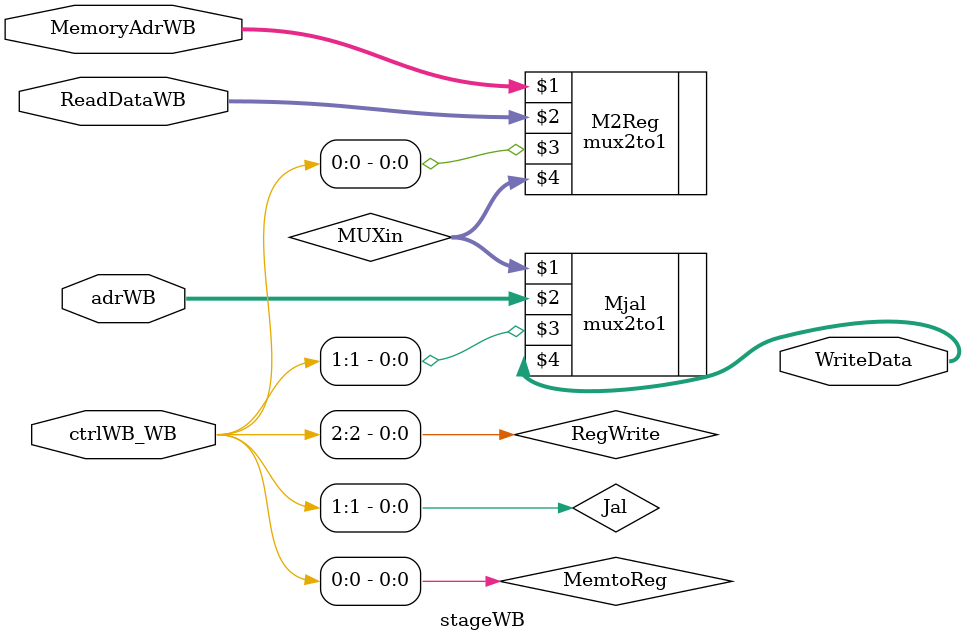
<source format=v>
module stageIF(clk,ctrlIF,PCWrite,JmpAdr,JrAdr,BeqAdr,Inst,PC4);
	input clk,PCWrite;
	input [2:0] ctrlIF;
	input [31:0] JmpAdr,JrAdr,BeqAdr;
	output [31:0] Inst,PC4;
	wire PCSrc,Jmp,Jr;
	wire [31:0]BeqOut,JmpOut,adr;
	reg [31:0] nextPC;

	initial begin 
		nextPC <= 32'd0;
	end

	assign {PCSrc,Jmp,Jr} = ctrlIF;
	assign nextPC = Jr ? JrAdr : JmpOut;

	adder Add4(adr,32'd4,PC4);
	mux2to1 #(32) MBeq(PC4,BeqAdr,PCSrc,BeqOut);
	mux2to1 #(32) MJmp(BeqOut,JmpAdr,Jmp,JmpOut);
	PC pc(clk,PCWrite,nextPC,adr);
	Instruction_Memory InstMem(adr,Inst);
endmodule

module stageID(clk,RegWriteWB,WriteRegister,MemReadEX,RtEX,adrID,Inst,WriteData,IF_ID_Write,PCWrite,BeqAdr,JmpAdr,JrAdr,ReadData1,ReadData2,Offset,Rs,Rt,Rd,Func,ctrlWB_ID,ctrlM_ID,ctrlEX_ID,ctrlIF);
	input clk,MemReadEX,RegWriteWB;
	input [31:0] Inst,adrID,WriteData;
	input [4:0] WriteRegister,RtEX;
	output IF_ID_Write,PCWrite;
	output [2:0] ctrlWB_ID,ctrlM_ID;
	output [2:0] ctrlIF;
	output [4:0] Rs,Rt,Rd,ctrlEX_ID;
	output [5:0] Func;
	output [31:0] Offset,ReadData1,ReadData2,BeqAdr,JmpAdr,JrAdr;
	wire ctrl0,EQ,RegDst,RegWrite,Jal,Jr,Jmp,MemtoReg,MemRead,MemWrite,ALUSrc,PCSrc;
	wire [1:0] ALUop;
	wire [5:0] OPC;
	wire [4:0] Rs,Rt;
	wire [31:0] Offset,ReadData1,ReadData2;

	assign OPC = Inst[31:26];
	assign Func = Inst[5:0];
	assign {Rs,Rt,Rd} = Inst[25:11];
	assign Offset[15:0] = Inst[15:0];	
	assign Offset[31:16] = {16{Inst[15]}};
	assign JmpAdr = {adrID[31:28],Inst[25:0],2'b0};
	assign JrAdr = ReadData1;
	assign EQ = (ReadData1 == ReadData2);
	assign ctrlIF = {PCSrc,Jmp,Jr};
	//assign ctrlEX_ID = {ALUSrc,Jal,RegDst,ALUop};
	//assign ctrlM_ID = {RegWrite,MemRead,MemWrite};
	//assign ctrlWB_ID = {RegWrite,Jal,MemtoReg];

	adder BeqAdder({Offset[29:0],2'd0},adrID,BeqAdr);
	HazardUnit HU(clk,Rs,Rt,RtEX,MemReadEX,PCWrite,IF_ID_Write,ctrl0);
	Controller CU(clk,EQ,OPC,RegDst,RegWrite,Jal,Jr,Jmp,MemtoReg,MemRead,MemWrite,ALUSrc,PCSrc,ALUop);
	RegisterFile RF(RegWriteWB,clk,Rs,Rt,WriteRegister,WriteData,ReadData1,ReadData2);
	mux2to1 #(11) CTRL({ALUSrc,Jal,RegDst,ALUop,RegWrite,MemRead,MemWrite,RegWrite,Jal,MemtoReg},11'b0,ctrl0,{ctrlEX_ID,ctrlM_ID,ctrlWB_ID});
endmodule

module stageEX(clk,RegWriteM,RegWriteWB,ctrlEX_EX,RtEX,RsEX,RdEX,DstRegM,DstRegWB,Func,Offset_out,ReadData1_out,ReadData2_out,ALU1,MemoryAdr,DstRegEX,ALUResult,ALUB);
	input clk,RegWriteM,RegWriteWB;
	input [4:0] RtEX,RsEX,RdEX,DstRegM,DstRegWB,ctrlEX_EX;
	input [5:0] Func;
	input [31:0] Offset_out,ReadData1_out,ReadData2_out,ALU1,MemoryAdr;
	output [4:0] DstRegEX;
	output [31:0] ALUResult,ALUB;
	wire [1:0] ALUop;
	wire ALUSrc,Jal,RegDst,Z;
	wire [1:0] ForwardA,ForwardB;
	wire [2:0] ALUctrl;
	wire [4:0] DstRegIn;
	wire [31:0] ALUA,ALUB,ALUBin;

	assign {ALUSrc,Jal,RegDst,ALUop} = ctrlEX_EX;

	mux3to1 #(32) MA(ReadData1_out,ALU1,MemoryAdr,ForwardA,ALUA);
	mux3to1 #(32) MB(ReadData2_out,ALU1,MemoryAdr,ForwardB,ALUB);
	mux2to1 #(32) MBin(ALUB,Offset_out,ALUSrc,ALUBin);
	mux2to1 #(5) RDst1(RtEX,RdEX,RegDst,DstRegIn);
	mux2to1 #(5) RDst2(DstRegIn,5'd31,Jal,DstRegEX);
	ALU_Control ac(ALUop,Func,ALUctrl);
	ALU alu(ALUA,ALUBin,ALUctrl,ALUResult,Z);
	ForwardingUnit FU(clk,RegWriteM,RegWriteWB,RsEX,RtEX,DstRegM,DstRegWB,ForwardA,ForwardB);
endmodule

module stageMEM(clk,ctrlM_M,MemoryAdr,WriteDataMem,MemoryAdrOut,ReadDataMem);
	input clk;
	input [2:0] ctrlM_M;
	input [31:0] MemoryAdr,WriteDataMem;
	output [31:0] MemoryAdrOut,ReadDataMem;
	wire RegWrite,MemRead,MemWrite;

	assign {RegWrite,MemRead,MemWrite} = ctrlM_M;
	assign MemoryAdrOut = MemoryAdr;

	Data_Memory DM(clk,MemRead,MemWrite,MemoryAdr,WriteDataMem,ReadDataMem);
endmodule

module stageWB(ctrlWB_WB,adrWB,MemoryAdrWB,ReadDataWB,WriteData);
	input [2:0] ctrlWB_WB;
	input [31:0] adrWB,MemoryAdrWB,ReadDataWB;
	output [31:0] WriteData;
	wire [31:0] MUXin;
	wire RegWrite,Jal,MemtoReg;
	
	assign {RegWrite,Jal,MemtoReg} = ctrlWB_WB;
	
	mux2to1 #(32) M2Reg(MemoryAdrWB,ReadDataWB,MemtoReg,MUXin);
	mux2to1 #(32) Mjal(MUXin,adrWB,Jal,WriteData);
endmodule

</source>
